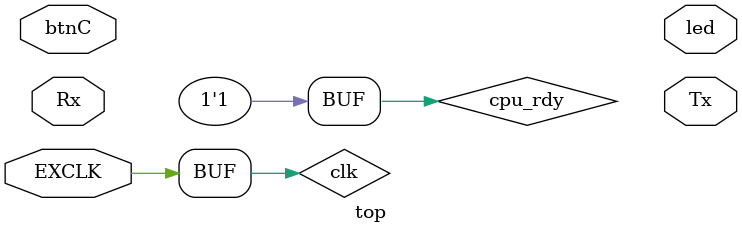
<source format=v>
`include"src/cpu.v"
`include"src/cache.v"
`include"src/main_memory.v"

module top#(parameter SIM = 0,
            parameter LEN = 32)
           (input wire EXCLK,
            input wire btnC,
            output wire Tx,
            input wire Rx,
            output wire led);
    
    localparam SYS_CLK_FREQ = 100000000;		 // 系统时钟频率
    localparam UART_BAUD_RATE = 115200;			 // UART通信的波特率（数据在串行通信中传输的速率。它表示每秒传输的位数）
    localparam ADDR_WIDTH = 17;
    localparam BYTE_SIZE  = 8;
    
    reg rst;
    reg rst_delay;
    
    wire clk;	          // 时钟
    assign clk = EXCLK; // 内部时钟和外部输入的时钟相连
    
    always @(posedge clk or posedge btnC)
    begin
        if (btnC)
        begin
            rst       <= 1'b1;
            rst_delay <= 1'b1;
        end
        else
        begin
            rst_delay <= 1'b0;
            rst       <= rst_delay;
        end
    end
    
    wire cpu_rdy = 1;
    
    wire [LEN-1:0] instruction;
    wire [LEN-1:0] mem_read_data;
    wire [1:0] mem_vis_status;
    wire [LEN-1:0] mem_write_data;
    wire [ADDR_WIDTH-1:0] mem_inst_addr;
    wire [ADDR_WIDTH-1:0] mem_data_addr;
    wire inst_fetch_enabled;
    wire mem_vis_enabled;
    wire [1:0] memory_vis_signal;
    wire [1:0] memory_vis_data_size;
    
    
    CPU #(.LEN(LEN),
    .ADDR_WIDTH(ADDR_WIDTH))
    cpu(
    .clk(clk),
    .rst(rst),
    .rdy_in(cpu_rdy),
    .instruction(instruction),
    .mem_read_data(mem_read_data),
    .mem_vis_status(mem_vis_status),
    .mem_write_data(mem_write_data),
    .mem_inst_addr(mem_inst_addr),
    .mem_data_addr(mem_data_addr),
    .inst_fetch_enabled(inst_fetch_enabled),
    .mem_vis_enabled(mem_vis_enabled),
    .memory_vis_signal(memory_vis_signal),
    .memory_vis_data_size(memory_vis_data_size)
    );
    
    wire [BYTE_SIZE-1:0] mem_data;
    wire [BYTE_SIZE-1:0] writen_data;
    wire [ADDR_WIDTH-1:0] mem_vis_addr;
    wire [1:0] mem_vis_signal;
    
    CACHE cache(
    .clk(clk),
    .mem_inst_addr(mem_inst_addr),
    .inst_fetch_enabled(inst_fetch_enabled),
    .instruction(instruction),
    .mem_data_addr(mem_data_addr),
    .mem_vis_enabled(mem_vis_enabled),
    .mem_write_data(mem_write_data),
    .memory_vis_signal(memory_vis_signal),
    .memory_vis_data_size(memory_vis_data_size),
    .mem_read_data(mem_read_data),
    .mem_vis_status(mem_vis_status),
    .mem_data(mem_data),
    .mem_writen_data(writen_data),
    .mem_vis_addr(mem_vis_addr),
    .mem_vis_signal(mem_vis_signal)
    );
    
    MAIN_MEMORY main_memory(
    .clk(clk),
    .writen_data(writen_data),
    .mem_vis_addr(mem_vis_addr),
    .mem_vis_signal(mem_vis_signal),
    .mem_data(mem_data)
    );
    
endmodule

</source>
